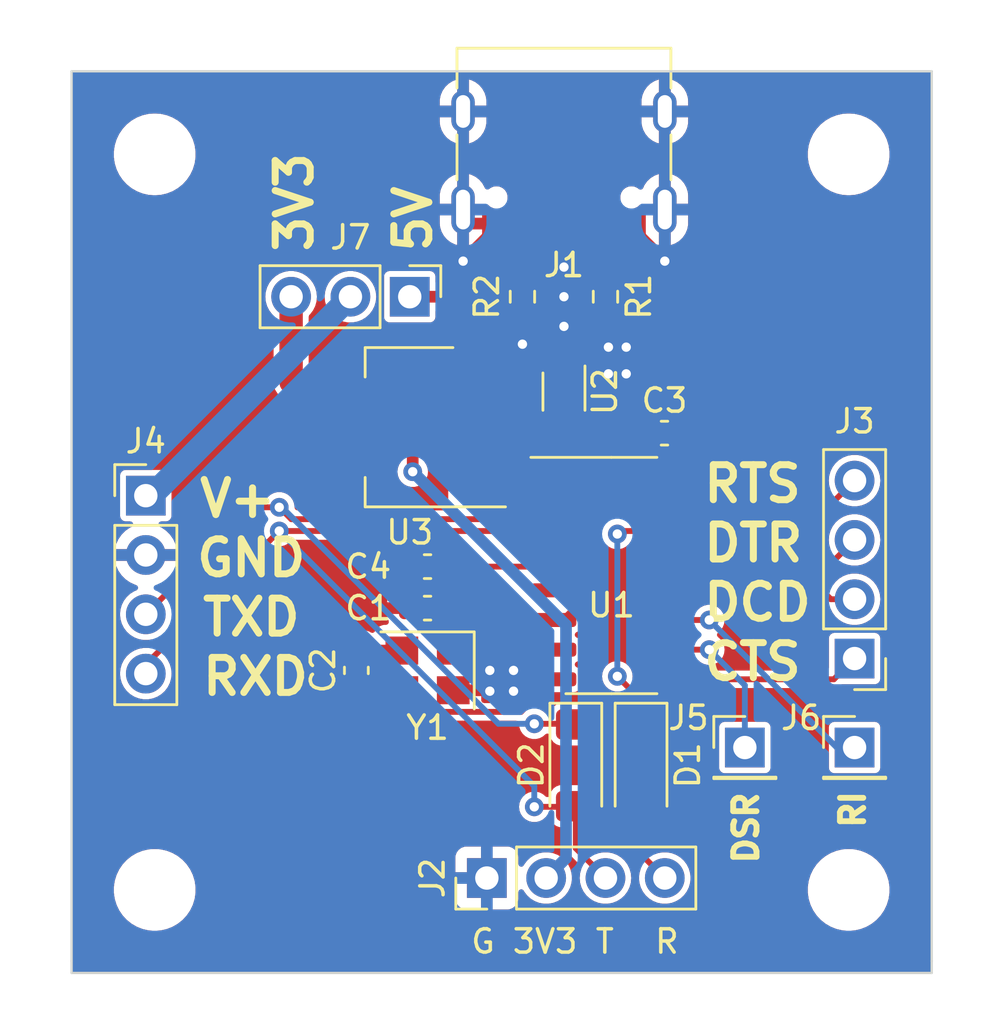
<source format=kicad_pcb>
(kicad_pcb (version 20221018) (generator pcbnew)
  (layers (0 "F.Cu" signal) (31 "B.Cu" signal) (34 "B.Paste" user) (35 "F.Paste" user) (36 "B.SilkS" user "B.Silkscreen") (37 "F.SilkS" user "F.Silkscreen") (38 "B.Mask" user) (39 "F.Mask" user) (44 "Edge.Cuts" user))
  (net 0 "")
  (net 1 "Net-(U1-XI)")
  (net 2 "GND")
  (net 3 "Net-(U1-XO)")
  (net 4 "+5V")
  (net 5 "Net-(U1-V3)")
  (net 6 "RTS")
  (net 7 "Net-(D1-A)")
  (net 8 "TXD")
  (net 9 "RXD")
  (net 10 "Net-(J1-CC1)")
  (net 12 "Net-(J1-CC2)")
  (net 14 "+3V3")
  (net 15 "CTS")
  (net 16 "DCD")
  (net 17 "DTR")
  (net 18 "VOUT")
  (net 19 "DSR")
  (net 20 "RI")
  (net 21 "USB_D+")
  (net 22 "USB_D-")
  (net 24 "Net-(J1-D+-PadA6)")
  (net 25 "Net-(J1-D--PadA7)")
  (footprint "Connector_USB:USB_C_Receptacle_G-Switch_GT-USB-7010ASV" (layer "F.Cu") (at 118.872 72.644 180)
    (fp_text reference "J1" (at 0 -5.5 180) (layer "F.SilkS"))
    (fp_text value "USB_C_Receptacle")
    (fp_line (start -4.58 -1.85) (end -4.58 0.07) (stroke (width 0.12)) (layer "F.SilkS"))
    (fp_line (start -4.58 3.785) (end -4.58 2.08) (stroke (width 0.12)) (layer "F.SilkS"))
    (fp_line (start 4.58 0.07) (end 4.58 -1.85) (stroke (width 0.12)) (layer "F.SilkS"))
    (fp_line (start 4.58 2.08) (end 4.58 3.785) (stroke (width 0.12)) (layer "F.SilkS"))
    (fp_line (start 4.58 3.785) (end -4.58 3.785) (stroke (width 0.12)) (layer "F.SilkS"))
    (pad "" np_thru_hole circle (at -2.89 -2.605 180) (size 0.65 0.65) (drill 0.65) (layers "*.Cu" "*.Mask"))
    (pad "" np_thru_hole circle (at 2.89 -2.605 180) (size 0.65 0.65) (drill 0.65) (layers "*.Cu" "*.Mask"))
    (pad "A1" smd rect (at -3.2 -3.725 180) (size 0.6 1.24) (layers "F.Cu" "F.Paste" "F.Mask") (net 2 "GND"))
    (pad "A4" smd rect (at -2.4 -3.725 180) (size 0.6 1.24) (layers "F.Cu" "F.Paste" "F.Mask") (net 4 "+5V"))
    (pad "A5" smd rect (at -1.25 -3.725 180) (size 0.3 1.24) (layers "F.Cu" "F.Paste" "F.Mask") (net 10 "Net-(J1-CC1)"))
    (pad "A6" smd rect (at -0.25 -3.725 180) (size 0.3 1.24) (layers "F.Cu" "F.Paste" "F.Mask") (net 24 "Net-(J1-D+-PadA6)"))
    (pad "A7" smd rect (at 0.25 -3.725 180) (size 0.3 1.24) (layers "F.Cu" "F.Paste" "F.Mask") (net 25 "Net-(J1-D--PadA7)"))
    (pad "A8" smd rect (at 1.25 -3.725 180) (size 0.3 1.24) (layers "F.Cu" "F.Paste" "F.Mask"))
    (pad "A9" smd rect (at 2.4 -3.725 180) (size 0.6 1.24) (layers "F.Cu" "F.Paste" "F.Mask") (net 4 "+5V"))
    (pad "A12" smd rect (at 3.2 -3.725 180) (size 0.6 1.24) (layers "F.Cu" "F.Paste" "F.Mask") (net 2 "GND"))
    (pad "B1" smd rect (at 3.2 -3.725 180) (size 0.6 1.24) (layers "F.Cu" "F.Paste" "F.Mask") (net 2 "GND"))
    (pad "B4" smd rect (at 2.4 -3.725 180) (size 0.6 1.24) (layers "F.Cu" "F.Paste" "F.Mask") (net 4 "+5V"))
    (pad "B5" smd rect (at 1.75 -3.725 180) (size 0.3 1.24) (layers "F.Cu" "F.Paste" "F.Mask") (net 12 "Net-(J1-CC2)"))
    (pad "B6" smd rect (at 0.75 -3.725 180) (size 0.3 1.24) (layers "F.Cu" "F.Paste" "F.Mask") (net 24 "Net-(J1-D+-PadA6)"))
    (pad "B7" smd rect (at -0.75 -3.725 180) (size 0.3 1.24) (layers "F.Cu" "F.Paste" "F.Mask") (net 25 "Net-(J1-D--PadA7)"))
    (pad "B8" smd rect (at -1.75 -3.725 180) (size 0.3 1.24) (layers "F.Cu" "F.Paste" "F.Mask"))
    (pad "B9" smd rect (at -2.4 -3.725 180) (size 0.6 1.24) (layers "F.Cu" "F.Paste" "F.Mask") (net 4 "+5V"))
    (pad "B12" smd rect (at -3.2 -3.725 180) (size 0.6 1.24) (layers "F.Cu" "F.Paste" "F.Mask") (net 2 "GND"))
    (pad "S1" thru_hole oval (at -4.32 -3.125 180) (size 1 2.1) (drill oval 0.6 1.7) (layers "*.Cu" "*.Mask") (net 2 "GND"))
    (pad "S1" thru_hole oval (at -4.32 1.075 180) (size 1 1.8) (drill oval 0.6 1.4) (layers "*.Cu" "*.Mask") (net 2 "GND"))
    (pad "S1" thru_hole oval (at 4.32 -3.125 180) (size 1 2.1) (drill oval 0.6 1.7) (layers "*.Cu" "*.Mask") (net 2 "GND"))
    (pad "S1" thru_hole oval (at 4.32 1.075 180) (size 1 1.8) (drill oval 0.6 1.4) (layers "*.Cu" "*.Mask") (net 2 "GND"))
  )
  (footprint "Diode_SMD:D_MiniMELF" (layer "F.Cu") (at 122.174 99.568 -90)
    (fp_text reference "D1" (at 0 -2 90) (layer "F.SilkS"))
    (fp_text value "LL4148")
    (fp_line (start -2.66 -1.11) (end -2.66 1.11) (stroke (width 0.12)) (layer "F.SilkS"))
    (fp_line (start -2.66 1.11) (end 1.75 1.11) (stroke (width 0.12)) (layer "F.SilkS"))
    (fp_line (start 1.75 -1.11) (end -2.66 -1.11) (stroke (width 0.12)) (layer "F.SilkS"))
    (pad "1" smd roundrect (at -1.75 0 270) (size 1.3 1.7) (layers "F.Cu" "F.Paste" "F.Mask") (roundrect_rratio 0.1923076923) (net 6 "RTS"))
    (pad "2" smd roundrect (at 1.75 0 270) (size 1.3 1.7) (layers "F.Cu" "F.Paste" "F.Mask") (roundrect_rratio 0.1923076923) (net 7 "Net-(D1-A)"))
  )
  (footprint "MountingHole:MountingHole_3.2mm_M3" (layer "F.Cu") (at 101.346 73.406)
    (fp_text reference "H1" hide)
    (fp_text value "MountingHole")
    (pad "" np_thru_hole circle (at 0 0) (size 3.2 3.2) (drill 3.2) (layers "*.Cu" "*.Mask"))
  )
  (footprint "Connector_PinHeader_2.54mm:PinHeader_1x04_P2.54mm_Vertical" (layer "F.Cu") (at 115.57 104.394 90)
    (fp_text reference "J2" (at 0 -2.33 90) (layer "F.SilkS"))
    (fp_text value "Conn_01x04_Pin")
    (fp_line (start -1.33 -1.33) (end 0 -1.33) (stroke (width 0.12)) (layer "F.SilkS"))
    (fp_line (start -1.33 0) (end -1.33 -1.33) (stroke (width 0.12)) (layer "F.SilkS"))
    (fp_line (start -1.33 1.27) (end -1.33 8.95) (stroke (width 0.12)) (layer "F.SilkS"))
    (fp_line (start -1.33 1.27) (end 1.33 1.27) (stroke (width 0.12)) (layer "F.SilkS"))
    (fp_line (start -1.33 8.95) (end 1.33 8.95) (stroke (width 0.12)) (layer "F.SilkS"))
    (fp_line (start 1.33 1.27) (end 1.33 8.95) (stroke (width 0.12)) (layer "F.SilkS"))
    (pad "1" thru_hole rect (at 0 0 90) (size 1.7 1.7) (drill 1) (layers "*.Cu" "*.Mask") (net 2 "GND"))
    (pad "2" thru_hole oval (at 0 2.54 90) (size 1.7 1.7) (drill 1) (layers "*.Cu" "*.Mask") (net 14 "+3V3"))
    (pad "3" thru_hole oval (at 0 5.08 90) (size 1.7 1.7) (drill 1) (layers "*.Cu" "*.Mask") (net 9 "RXD"))
    (pad "4" thru_hole oval (at 0 7.62 90) (size 1.7 1.7) (drill 1) (layers "*.Cu" "*.Mask") (net 7 "Net-(D1-A)"))
  )
  (footprint "Capacitor_SMD:C_0603_1608Metric" (layer "F.Cu") (at 113.03 92.837 180)
    (fp_text reference "C1" (at 2.54 0) (layer "F.SilkS"))
    (fp_text value "33p")
    (fp_line (start -0.14058 -0.51) (end 0.14058 -0.51) (stroke (width 0.12)) (layer "F.SilkS"))
    (fp_line (start -0.14058 0.51) (end 0.14058 0.51) (stroke (width 0.12)) (layer "F.SilkS"))
    (pad "1" smd roundrect (at -0.775 0 180) (size 0.9 0.95) (layers "F.Cu" "F.Paste" "F.Mask") (net 1 "Net-(U1-XI)"))
    (pad "2" smd roundrect (at 0.775 0 180) (size 0.9 0.95) (layers "F.Cu" "F.Paste" "F.Mask") (net 2 "GND"))
  )
  (footprint "MountingHole:MountingHole_3.2mm_M3" (layer "F.Cu") (at 131.064 73.406)
    (fp_text reference "H2" hide)
    (fp_text value "MountingHole")
    (pad "" np_thru_hole circle (at 0 0) (size 3.2 3.2) (drill 3.2) (layers "*.Cu" "*.Mask"))
  )
  (footprint "MountingHole:MountingHole_3.2mm_M3" (layer "F.Cu") (at 131.064 104.902)
    (fp_text reference "H4" hide)
    (fp_text value "MountingHole")
    (pad "" np_thru_hole circle (at 0 0) (size 3.2 3.2) (drill 3.2) (layers "*.Cu" "*.Mask"))
  )
  (footprint "Capacitor_SMD:C_0603_1608Metric" (layer "F.Cu") (at 123.177 85.344)
    (fp_text reference "C3" (at 0 -1.397) (layer "F.SilkS"))
    (fp_text value "0.1u")
    (fp_line (start -0.14058 -0.51) (end 0.14058 -0.51) (stroke (width 0.12)) (layer "F.SilkS"))
    (fp_line (start -0.14058 0.51) (end 0.14058 0.51) (stroke (width 0.12)) (layer "F.SilkS"))
    (pad "1" smd roundrect (at -0.775 0) (size 0.9 0.95) (layers "F.Cu" "F.Paste" "F.Mask") (net 4 "+5V"))
    (pad "2" smd roundrect (at 0.775 0) (size 0.9 0.95) (layers "F.Cu" "F.Paste" "F.Mask") (net 2 "GND"))
  )
  (footprint "Capacitor_SMD:C_0603_1608Metric" (layer "F.Cu") (at 113.03 91.059 180)
    (fp_text reference "C4" (at 2.54 0) (layer "F.SilkS"))
    (fp_text value "0.1u")
    (fp_line (start -0.14058 -0.51) (end 0.14058 -0.51) (stroke (width 0.12)) (layer "F.SilkS"))
    (fp_line (start -0.14058 0.51) (end 0.14058 0.51) (stroke (width 0.12)) (layer "F.SilkS"))
    (pad "1" smd roundrect (at -0.775 0 180) (size 0.9 0.95) (layers "F.Cu" "F.Paste" "F.Mask") (net 5 "Net-(U1-V3)"))
    (pad "2" smd roundrect (at 0.775 0 180) (size 0.9 0.95) (layers "F.Cu" "F.Paste" "F.Mask") (net 2 "GND"))
  )
  (footprint "Resistor_SMD:R_0603_1608Metric" (layer "F.Cu") (at 120.65 79.502 -90)
    (fp_text reference "R1" (at 0 -1.43 90) (layer "F.SilkS"))
    (fp_text value "5k1")
    (fp_line (start -0.237258 -0.5225) (end 0.237258 -0.5225) (stroke (width 0.12)) (layer "F.SilkS"))
    (fp_line (start -0.237258 0.5225) (end 0.237258 0.5225) (stroke (width 0.12)) (layer "F.SilkS"))
    (pad "1" smd roundrect (at -0.825 0 270) (size 0.8 0.95) (layers "F.Cu" "F.Paste" "F.Mask") (net 10 "Net-(J1-CC1)"))
    (pad "2" smd roundrect (at 0.825 0 270) (size 0.8 0.95) (layers "F.Cu" "F.Paste" "F.Mask") (net 2 "GND"))
  )
  (footprint "Connector_PinHeader_2.54mm:PinHeader_1x01_P2.54mm_Vertical" (layer "F.Cu") (at 131.318 98.806)
    (fp_text reference "J6" (at -2.286 -1.27) (layer "F.SilkS"))
    (fp_text value "Conn_01x01_Pin")
    (fp_line (start -1.33 -1.33) (end 0 -1.33) (stroke (width 0.12)) (layer "F.SilkS"))
    (fp_line (start -1.33 0) (end -1.33 -1.33) (stroke (width 0.12)) (layer "F.SilkS"))
    (fp_line (start -1.33 1.27) (end -1.33 1.33) (stroke (width 0.12)) (layer "F.SilkS"))
    (fp_line (start -1.33 1.27) (end 1.33 1.27) (stroke (width 0.12)) (layer "F.SilkS"))
    (fp_line (start -1.33 1.33) (end 1.33 1.33) (stroke (width 0.12)) (layer "F.SilkS"))
    (fp_line (start 1.33 1.27) (end 1.33 1.33) (stroke (width 0.12)) (layer "F.SilkS"))
    (pad "1" thru_hole rect (at 0 0) (size 1.7 1.7) (drill 1) (layers "*.Cu" "*.Mask") (net 20 "RI"))
  )
  (footprint "Connector_PinHeader_2.54mm:PinHeader_1x04_P2.54mm_Vertical" (layer "F.Cu") (at 131.318 94.996 180)
    (fp_text reference "J3" (at 0 10.16) (layer "F.SilkS"))
    (fp_text value "Conn_01x04_Pin")
    (fp_line (start -1.33 -1.33) (end 0 -1.33) (stroke (width 0.12)) (layer "F.SilkS"))
    (fp_line (start -1.33 0) (end -1.33 -1.33) (stroke (width 0.12)) (layer "F.SilkS"))
    (fp_line (start -1.33 1.27) (end -1.33 8.95) (stroke (width 0.12)) (layer "F.SilkS"))
    (fp_line (start -1.33 1.27) (end 1.33 1.27) (stroke (width 0.12)) (layer "F.SilkS"))
    (fp_line (start -1.33 8.95) (end 1.33 8.95) (stroke (width 0.12)) (layer "F.SilkS"))
    (fp_line (start 1.33 1.27) (end 1.33 8.95) (stroke (width 0.12)) (layer "F.SilkS"))
    (pad "1" thru_hole rect (at 0 0 180) (size 1.7 1.7) (drill 1) (layers "*.Cu" "*.Mask") (net 15 "CTS"))
    (pad "2" thru_hole oval (at 0 2.54 180) (size 1.7 1.7) (drill 1) (layers "*.Cu" "*.Mask") (net 16 "DCD"))
    (pad "3" thru_hole oval (at 0 5.08 180) (size 1.7 1.7) (drill 1) (layers "*.Cu" "*.Mask") (net 17 "DTR"))
    (pad "4" thru_hole oval (at 0 7.62 180) (size 1.7 1.7) (drill 1) (layers "*.Cu" "*.Mask") (net 6 "RTS"))
  )
  (footprint "Crystal:Crystal_SMD_3225-4Pin_3.2x2.5mm" (layer "F.Cu") (at 113.03 95.504 180)
    (fp_text reference "Y1" (at 0 -2.45) (layer "F.SilkS"))
    (fp_text value "12MHz")
    (fp_line (start -2 -1.65) (end -2 1.65) (stroke (width 0.12)) (layer "F.SilkS"))
    (fp_line (start -2 1.65) (end 2 1.65) (stroke (width 0.12)) (layer "F.SilkS"))
    (pad "1" smd rect (at -1.1 0.85 180) (size 1.4 1.2) (layers "F.Cu" "F.Paste" "F.Mask") (net 1 "Net-(U1-XI)"))
    (pad "2" smd rect (at 1.1 0.85 180) (size 1.4 1.2) (layers "F.Cu" "F.Paste" "F.Mask") (net 2 "GND"))
    (pad "3" smd rect (at 1.1 -0.85 180) (size 1.4 1.2) (layers "F.Cu" "F.Paste" "F.Mask") (net 3 "Net-(U1-XO)"))
    (pad "4" smd rect (at -1.1 -0.85 180) (size 1.4 1.2) (layers "F.Cu" "F.Paste" "F.Mask") (net 2 "GND"))
  )
  (footprint "Package_SO:SOIC-16_3.9x9.9mm_P1.27mm" (layer "F.Cu") (at 120.904 91.44)
    (fp_text reference "U1" (at 0 1.27) (layer "F.SilkS"))
    (fp_text value "CH340G")
    (fp_line (start 0 -5.06) (end -3.45 -5.06) (stroke (width 0.12)) (layer "F.SilkS"))
    (fp_line (start 0 -5.06) (end 1.95 -5.06) (stroke (width 0.12)) (layer "F.SilkS"))
    (fp_line (start 0 5.06) (end -1.95 5.06) (stroke (width 0.12)) (layer "F.SilkS"))
    (fp_line (start 0 5.06) (end 1.95 5.06) (stroke (width 0.12)) (layer "F.SilkS"))
    (pad "1" smd roundrect (at -2.475 -4.445) (size 1.95 0.6) (layers "F.Cu" "F.Paste" "F.Mask") (net 2 "GND"))
    (pad "2" smd roundrect (at -2.475 -3.175) (size 1.95 0.6) (layers "F.Cu" "F.Paste" "F.Mask") (net 8 "TXD"))
    (pad "3" smd roundrect (at -2.475 -1.905) (size 1.95 0.6) (layers "F.Cu" "F.Paste" "F.Mask") (net 9 "RXD"))
    (pad "4" smd roundrect (at -2.475 -0.635) (size 1.95 0.6) (layers "F.Cu" "F.Paste" "F.Mask") (net 5 "Net-(U1-V3)"))
    (pad "5" smd roundrect (at -2.475 0.635) (size 1.95 0.6) (layers "F.Cu" "F.Paste" "F.Mask") (net 21 "USB_D+"))
    (pad "6" smd roundrect (at -2.475 1.905) (size 1.95 0.6) (layers "F.Cu" "F.Paste" "F.Mask") (net 22 "USB_D-"))
    (pad "7" smd roundrect (at -2.475 3.175) (size 1.95 0.6) (layers "F.Cu" "F.Paste" "F.Mask") (net 1 "Net-(U1-XI)"))
    (pad "8" smd roundrect (at -2.475 4.445) (size 1.95 0.6) (layers "F.Cu" "F.Paste" "F.Mask") (net 3 "Net-(U1-XO)"))
    (pad "9" smd roundrect (at 2.475 4.445) (size 1.95 0.6) (layers "F.Cu" "F.Paste" "F.Mask") (net 15 "CTS"))
    (pad "10" smd roundrect (at 2.475 3.175) (size 1.95 0.6) (layers "F.Cu" "F.Paste" "F.Mask") (net 19 "DSR"))
    (pad "11" smd roundrect (at 2.475 1.905) (size 1.95 0.6) (layers "F.Cu" "F.Paste" "F.Mask") (net 20 "RI"))
    (pad "12" smd roundrect (at 2.475 0.635) (size 1.95 0.6) (layers "F.Cu" "F.Paste" "F.Mask") (net 16 "DCD"))
    (pad "13" smd roundrect (at 2.475 -0.635) (size 1.95 0.6) (layers "F.Cu" "F.Paste" "F.Mask") (net 17 "DTR"))
    (pad "14" smd roundrect (at 2.475 -1.905) (size 1.95 0.6) (layers "F.Cu" "F.Paste" "F.Mask") (net 6 "RTS"))
    (pad "15" smd roundrect (at 2.475 -3.175) (size 1.95 0.6) (layers "F.Cu" "F.Paste" "F.Mask"))
    (pad "16" smd roundrect (at 2.475 -4.445) (size 1.95 0.6) (layers "F.Cu" "F.Paste" "F.Mask") (net 4 "+5V"))
  )
  (footprint "Connector_PinHeader_2.54mm:PinHeader_1x03_P2.54mm_Vertical" (layer "F.Cu") (at 112.268 79.502 -90)
    (fp_text reference "J7" (at -2.54 2.54) (layer "F.SilkS"))
    (fp_text value "Conn_01x03_Pin")
    (fp_line (start -1.33 -1.33) (end 0 -1.33) (stroke (width 0.12)) (layer "F.SilkS"))
    (fp_line (start -1.33 0) (end -1.33 -1.33) (stroke (width 0.12)) (layer "F.SilkS"))
    (fp_line (start -1.33 1.27) (end -1.33 6.41) (stroke (width 0.12)) (layer "F.SilkS"))
    (fp_line (start -1.33 1.27) (end 1.33 1.27) (stroke (width 0.12)) (layer "F.SilkS"))
    (fp_line (start -1.33 6.41) (end 1.33 6.41) (stroke (width 0.12)) (layer "F.SilkS"))
    (fp_line (start 1.33 1.27) (end 1.33 6.41) (stroke (width 0.12)) (layer "F.SilkS"))
    (pad "1" thru_hole rect (at 0 0 270) (size 1.7 1.7) (drill 1) (layers "*.Cu" "*.Mask") (net 4 "+5V"))
    (pad "2" thru_hole oval (at 0 2.54 270) (size 1.7 1.7) (drill 1) (layers "*.Cu" "*.Mask") (net 18 "VOUT"))
    (pad "3" thru_hole oval (at 0 5.08 270) (size 1.7 1.7) (drill 1) (layers "*.Cu" "*.Mask") (net 14 "+3V3"))
  )
  (footprint "MountingHole:MountingHole_3.2mm_M3" (layer "F.Cu") (at 101.346 104.902)
    (fp_text reference "H3" hide)
    (fp_text value "MountingHole")
    (pad "" np_thru_hole circle (at 0 0) (size 3.2 3.2) (drill 3.2) (layers "*.Cu" "*.Mask"))
  )
  (footprint "Connector_PinHeader_2.54mm:PinHeader_1x04_P2.54mm_Vertical" (layer "F.Cu") (at 100.965 88.021)
    (fp_text reference "J4" (at 0 -2.33) (layer "F.SilkS"))
    (fp_text value "Conn_01x04_Pin")
    (fp_line (start -1.33 -1.33) (end 0 -1.33) (stroke (width 0.12)) (layer "F.SilkS"))
    (fp_line (start -1.33 0) (end -1.33 -1.33) (stroke (width 0.12)) (layer "F.SilkS"))
    (fp_line (start -1.33 1.27) (end -1.33 8.95) (stroke (width 0.12)) (layer "F.SilkS"))
    (fp_line (start -1.33 1.27) (end 1.33 1.27) (stroke (width 0.12)) (layer "F.SilkS"))
    (fp_line (start -1.33 8.95) (end 1.33 8.95) (stroke (width 0.12)) (layer "F.SilkS"))
    (fp_line (start 1.33 1.27) (end 1.33 8.95) (stroke (width 0.12)) (layer "F.SilkS"))
    (pad "1" thru_hole rect (at 0 0) (size 1.7 1.7) (drill 1) (layers "*.Cu" "*.Mask") (net 18 "VOUT"))
    (pad "2" thru_hole oval (at 0 2.54) (size 1.7 1.7) (drill 1) (layers "*.Cu" "*.Mask") (net 2 "GND"))
    (pad "3" thru_hole oval (at 0 5.08) (size 1.7 1.7) (drill 1) (layers "*.Cu" "*.Mask") (net 8 "TXD"))
    (pad "4" thru_hole oval (at 0 7.62) (size 1.7 1.7) (drill 1) (layers "*.Cu" "*.Mask") (net 9 "RXD"))
  )
  (footprint "Diode_SMD:D_MiniMELF" (layer "F.Cu") (at 119.38 99.568 -90)
    (fp_text reference "D2" (at 0 1.905 90) (layer "F.SilkS"))
    (fp_text value "LL4148")
    (fp_line (start -2.66 -1.11) (end -2.66 1.11) (stroke (width 0.12)) (layer "F.SilkS"))
    (fp_line (start -2.66 1.11) (end 1.75 1.11) (stroke (width 0.12)) (layer "F.SilkS"))
    (fp_line (start 1.75 -1.11) (end -2.66 -1.11) (stroke (width 0.12)) (layer "F.SilkS"))
    (pad "1" smd roundrect (at -1.75 0 270) (size 1.3 1.7) (layers "F.Cu" "F.Paste" "F.Mask") (roundrect_rratio 0.1923076923) (net 8 "TXD"))
    (pad "2" smd roundrect (at 1.75 0 270) (size 1.3 1.7) (layers "F.Cu" "F.Paste" "F.Mask") (roundrect_rratio 0.1923076923) (net 9 "RXD"))
  )
  (footprint "Capacitor_SMD:C_0603_1608Metric" (layer "F.Cu") (at 109.982 95.504 90)
    (fp_text reference "C2" (at 0 -1.43 90) (layer "F.SilkS"))
    (fp_text value "33p")
    (fp_line (start -0.14058 -0.51) (end 0.14058 -0.51) (stroke (width 0.12)) (layer "F.SilkS"))
    (fp_line (start -0.14058 0.51) (end 0.14058 0.51) (stroke (width 0.12)) (layer "F.SilkS"))
    (pad "1" smd roundrect (at -0.775 0 90) (size 0.9 0.95) (layers "F.Cu" "F.Paste" "F.Mask") (net 3 "Net-(U1-XO)"))
    (pad "2" smd roundrect (at 0.775 0 90) (size 0.9 0.95) (layers "F.Cu" "F.Paste" "F.Mask") (net 2 "GND"))
  )
  (footprint "Resistor_SMD:R_0603_1608Metric" (layer "F.Cu") (at 117.094 79.502 -90)
    (fp_text reference "R2" (at 0 1.524 90) (layer "F.SilkS"))
    (fp_text value "5k1")
    (fp_line (start -0.237258 -0.5225) (end 0.237258 -0.5225) (stroke (width 0.12)) (layer "F.SilkS"))
    (fp_line (start -0.237258 0.5225) (end 0.237258 0.5225) (stroke (width 0.12)) (layer "F.SilkS"))
    (pad "1" smd roundrect (at -0.825 0 270) (size 0.8 0.95) (layers "F.Cu" "F.Paste" "F.Mask") (net 12 "Net-(J1-CC2)"))
    (pad "2" smd roundrect (at 0.825 0 270) (size 0.8 0.95) (layers "F.Cu" "F.Paste" "F.Mask") (net 2 "GND"))
  )
  (footprint "Connector_PinHeader_2.54mm:PinHeader_1x01_P2.54mm_Vertical" (layer "F.Cu") (at 126.619 98.806)
    (fp_text reference "J5" (at -2.413 -1.27) (layer "F.SilkS"))
    (fp_text value "Conn_01x01_Pin")
    (fp_line (start -1.33 -1.33) (end 0 -1.33) (stroke (width 0.12)) (layer "F.SilkS"))
    (fp_line (start -1.33 0) (end -1.33 -1.33) (stroke (width 0.12)) (layer "F.SilkS"))
    (fp_line (start -1.33 1.27) (end -1.33 1.33) (stroke (width 0.12)) (layer "F.SilkS"))
    (fp_line (start -1.33 1.27) (end 1.33 1.27) (stroke (width 0.12)) (layer "F.SilkS"))
    (fp_line (start -1.33 1.33) (end 1.33 1.33) (stroke (width 0.12)) (layer "F.SilkS"))
    (fp_line (start 1.33 1.27) (end 1.33 1.33) (stroke (width 0.12)) (layer "F.SilkS"))
    (pad "1" thru_hole rect (at 0 0) (size 1.7 1.7) (drill 1) (layers "*.Cu" "*.Mask") (net 19 "DSR"))
  )
  (footprint "Package_TO_SOT_SMD:SOT-666" (layer "F.Cu") (at 118.872 83.566 -90)
    (fp_text reference "U2" (at 0 -1.75 -90) (layer "F.SilkS"))
    (fp_text value "USBLC6-2SC6")
    (fp_line (start -0.8 0.9) (end 0.8 0.9) (stroke (width 0.12)) (layer "F.SilkS"))
    (fp_line (start 0.8 -0.9) (end -1.1 -0.9) (stroke (width 0.12)) (layer "F.SilkS"))
    (pad "1" smd rect (at -0.85 -0.5375 270) (size 0.5 0.375) (layers "F.Cu" "F.Paste" "F.Mask") (net 25 "Net-(J1-D--PadA7)"))
    (pad "2" smd rect (at -0.925 0 270) (size 0.65 0.3) (layers "F.Cu" "F.Paste" "F.Mask") (net 2 "GND"))
    (pad "3" smd rect (at -0.85 0.5375 270) (size 0.5 0.375) (layers "F.Cu" "F.Paste" "F.Mask") (net 24 "Net-(J1-D+-PadA6)"))
    (pad "4" smd rect (at 0.85 0.5375 270) (size 0.5 0.375) (layers "F.Cu" "F.Paste" "F.Mask") (net 21 "USB_D+"))
    (pad "5" smd rect (at 0.925 0 270) (size 0.65 0.3) (layers "F.Cu" "F.Paste" "F.Mask") (net 4 "+5V"))
    (pad "6" smd rect (at 0.85 -0.5375 270) (size 0.5 0.375) (layers "F.Cu" "F.Paste" "F.Mask") (net 22 "USB_D-"))
  )
  (footprint "Package_TO_SOT_SMD:SOT-223-3_TabPin2" (layer "F.Cu") (at 112.268 85.09 180)
    (fp_text reference "U3" (at 0 -4.5) (layer "F.SilkS"))
    (fp_text value "AMS1117-3.3")
    (fp_line (start -4.1 -3.41) (end 1.91 -3.41) (stroke (width 0.12)) (layer "F.SilkS"))
    (fp_line (start -1.85 3.41) (end 1.91 3.41) (stroke (width 0.12)) (layer "F.SilkS"))
    (fp_line (start 1.91 -3.41) (end 1.91 -2.15) (stroke (width 0.12)) (layer "F.SilkS"))
    (fp_line (start 1.91 3.41) (end 1.91 2.15) (stroke (width 0.12)) (layer "F.SilkS"))
    (pad "1" smd rect (at -3.15 -2.3 180) (size 2 1.5) (layers "F.Cu" "F.Paste" "F.Mask") (net 2 "GND"))
    (pad "2" smd rect (at -3.15 0 180) (size 2 1.5) (layers "F.Cu" "F.Paste" "F.Mask") (net 14 "+3V3"))
    (pad "2" smd rect (at 3.15 0 180) (size 2 3.8) (layers "F.Cu" "F.Paste" "F.Mask") (net 14 "+3V3"))
    (pad "3" smd rect (at -3.15 2.3 180) (size 2 1.5) (layers "F.Cu" "F.Paste" "F.Mask") (net 4 "+5V"))
  )
  (gr_line (start 97.79 108.458) (end 134.62 108.458) (stroke (width 0.1)) (layer "Edge.Cuts"))
  (gr_line (start 97.79 107.95) (end 97.79 108.458) (stroke (width 0.1)) (layer "Edge.Cuts"))
  (gr_line (start 134.62 107.95) (end 134.62 108.458) (stroke (width 0.1)) (layer "Edge.Cuts"))
  (gr_line (start 134.62 107.95) (end 134.62 69.85) (stroke (width 0.1)) (layer "Edge.Cuts"))
  (gr_line (start 134.62 69.85) (end 97.79 69.85) (stroke (width 0.1)) (layer "Edge.Cuts"))
  (gr_line (start 97.79 69.85) (end 97.79 107.95) (stroke (width 0.1)) (layer "Edge.Cuts"))
  (gr_text "5V" (at 113.284 77.724 90) (layer "F.SilkS") (effects (font (size 1.5 1.5) (thickness 0.3) bold) (justify left bottom)))
  (gr_text "RTS" (at 124.714 88.392) (layer "F.SilkS") (effects (font (size 1.5 1.5) (thickness 0.3) bold) (justify left bottom)))
  (gr_text "3V3" (at 108.204 77.724 90) (layer "F.SilkS") (effects (font (size 1.5 1.5) (thickness 0.3) bold) (justify left bottom)))
  (gr_text "DCD" (at 124.714 93.472) (layer "F.SilkS") (effects (font (size 1.5 1.5) (thickness 0.3) bold) (justify left bottom)))
  (gr_text "DSR" (at 127.254 103.886 90) (layer "F.SilkS") (effects (font (size 1 1) (thickness 0.25) bold) (justify left bottom)))
  (gr_text "T" (at 120.142 107.696) (layer "F.SilkS") (effects (font (size 1 1)) (justify left bottom)))
  (gr_text "CTS" (at 124.714 96.012) (layer "F.SilkS") (effects (font (size 1.5 1.5) (thickness 0.3) bold) (justify left bottom)))
  (gr_text "G" (at 114.808 107.696) (layer "F.SilkS") (effects (font (size 1 1)) (justify left bottom)))
  (gr_text "GND" (at 102.997 91.567) (layer "F.SilkS") (effects (font (size 1.5 1.5) (thickness 0.3) bold) (justify left bottom)))
  (gr_text "DTR" (at 124.714 90.932) (layer "F.SilkS") (effects (font (size 1.5 1.5) (thickness 0.3) bold) (justify left bottom)))
  (gr_text "TXD" (at 103.251 94.107) (layer "F.SilkS") (effects (font (size 1.5 1.5) (thickness 0.3) bold) (justify left bottom)))
  (gr_text "V+" (at 103.124 89.027) (layer "F.SilkS") (effects (font (size 1.5 1.5) (thickness 0.3) bold) (justify left bottom)))
  (gr_text "RXD" (at 103.251 96.647) (layer "F.SilkS") (effects (font (size 1.5 1.5) (thickness 0.3) bold) (justify left bottom)))
  (gr_text "RI" (at 131.826 102.362 90) (layer "F.SilkS") (effects (font (size 1 1) (thickness 0.25) bold) (justify left bottom)))
  (gr_text "R" (at 122.682 107.696) (layer "F.SilkS") (effects (font (size 1 1)) (justify left bottom)))
  (gr_text "3V3" (at 116.586 107.696) (layer "F.SilkS") (effects (font (size 1 1)) (justify left bottom)))
  (segment (start 113.805 94.329) (end 114.13 94.654) (width 0.25) (layer "F.Cu") (net 1))
  (segment (start 118.39 94.654) (end 118.429 94.615) (width 0.25) (layer "F.Cu") (net 1))
  (segment (start 114.13 94.654) (end 118.39 94.654) (width 0.25) (layer "F.Cu") (net 1))
  (segment (start 113.805 92.837) (end 113.805 94.329) (width 0.25) (layer "F.Cu") (net 1))
  (segment (start 122.072 76.369) (end 122.072 76.86) (width 0.25) (layer "F.Cu") (net 2))
  (segment (start 118.429 86.995) (end 118.034 87.39) (width 0.25) (layer "F.Cu") (net 2))
  (segment (start 118.034 87.39) (end 115.418 87.39) (width 0.25) (layer "F.Cu") (net 2))
  (segment (start 115.672 76.86) (end 114.554 77.978) (width 0.5) (layer "F.Cu") (net 2))
  (segment (start 115.672 76.369) (end 115.672 76.86) (width 0.25) (layer "F.Cu") (net 2))
  (segment (start 122.072 76.86) (end 123.19 77.978) (width 0.5) (layer "F.Cu") (net 2))
  (via (at 116.713 95.504) (size 0.8) (drill 0.4) (layers "F.Cu" "B.Cu") (net 2))
  (via (at 115.697 96.393) (size 0.8) (drill 0.4) (layers "F.Cu" "B.Cu") (net 2))
  (via (at 118.872 80.772) (size 0.8) (drill 0.4) (layers "F.Cu" "B.Cu") (net 2))
  (via (at 114.554 77.978) (size 0.8) (drill 0.4) (layers "F.Cu" "B.Cu") (net 2))
  (via (at 120.777 82.804) (size 0.8) (drill 0.4) (layers "F.Cu" "B.Cu") (net 2))
  (via (at 115.697 95.504) (size 0.8) (drill 0.4) (layers "F.Cu" "B.Cu") (net 2))
  (via (at 118.872 78.232) (size 0.8) (drill 0.4) (layers "F.Cu" "B.Cu") (net 2))
  (via (at 123.19 77.978) (size 0.8) (drill 0.4) (layers "F.Cu" "B.Cu") (net 2))
  (via (at 120.777 81.661) (size 0.8) (drill 0.4) (layers "F.Cu" "B.Cu") (net 2))
  (via (at 121.539 81.661) (size 0.8) (drill 0.4) (layers "F.Cu" "B.Cu") (net 2))
  (via (at 121.539 82.804) (size 0.8) (drill 0.4) (layers "F.Cu" "B.Cu") (net 2))
  (via (at 117.094 81.534) (size 0.8) (drill 0.4) (layers "F.Cu" "B.Cu") (net 2))
  (via (at 118.872 79.502) (size 0.8) (drill 0.4) (layers "F.Cu" "B.Cu") (net 2))
  (via (at 116.713 96.393) (size 0.8) (drill 0.4) (layers "F.Cu" "B.Cu") (net 2))
  (segment (start 118.429 95.885) (end 117.035 97.279) (width 0.25) (layer "F.Cu") (net 3))
  (segment (start 112.855 97.279) (end 111.93 96.354) (width 0.25) (layer "F.Cu") (net 3))
  (segment (start 117.035 97.279) (end 112.855 97.279) (width 0.25) (layer "F.Cu") (net 3))
  (segment (start 111.93 96.354) (end 110.057 96.354) (width 0.25) (layer "F.Cu") (net 3))
  (segment (start 110.057 96.354) (end 109.982 96.279) (width 0.25) (layer "F.Cu") (net 3))
  (segment (start 115.418 79.502) (end 115.418 82.79) (width 0.5) (layer "F.Cu") (net 4))
  (segment (start 112.268 79.502) (end 115.418 79.502) (width 0.5) (layer "F.Cu") (net 4))
  (segment (start 118.872 84.491) (end 118.872 83.866) (width 0.25) (layer "F.Cu") (net 4))
  (segment (start 122.402 83.693) (end 122.402 85.344) (width 0.25) (layer "F.Cu") (net 4))
  (segment (start 122.402 86.018) (end 123.379 86.995) (width 0.25) (layer "F.Cu") (net 4))
  (segment (start 121.272 76.369) (end 121.272 77.239) (width 0.5) (layer "F.Cu") (net 4))
  (segment (start 115.418 78.384) (end 115.418 79.502) (width 0.5) (layer "F.Cu") (net 4))
  (segment (start 118.872 83.866) (end 118.699 83.693) (width 0.25) (layer "F.Cu") (net 4))
  (segment (start 122.402 78.369) (end 122.402 83.693) (width 0.25) (layer "F.Cu") (net 4))
  (segment (start 119.045 83.693) (end 122.402 83.693) (width 0.25) (layer "F.Cu") (net 4))
  (segment (start 116.321 83.693) (end 115.418 82.79) (width 0.25) (layer "F.Cu") (net 4))
  (segment (start 116.472 76.369) (end 116.472 77.33) (width 0.5) (layer "F.Cu") (net 4))
  (segment (start 122.402 85.344) (end 122.402 86.018) (width 0.25) (layer "F.Cu") (net 4))
  (segment (start 118.872 83.866) (end 119.045 83.693) (width 0.25) (layer "F.Cu") (net 4))
  (segment (start 116.472 77.33) (end 115.418 78.384) (width 0.5) (layer "F.Cu") (net 4))
  (segment (start 118.699 83.693) (end 116.321 83.693) (width 0.25) (layer "F.Cu") (net 4))
  (segment (start 121.272 77.239) (end 122.402 78.369) (width 0.5) (layer "F.Cu") (net 4))
  (segment (start 113.805 91.059) (end 118.175 91.059) (width 0.25) (layer "F.Cu") (net 5))
  (segment (start 118.175 91.059) (end 118.429 90.805) (width 0.25) (layer "F.Cu") (net 5))
  (segment (start 121.158 95.758) (end 122.174 96.774) (width 0.25) (layer "F.Cu") (net 6))
  (segment (start 129.159 89.535) (end 131.318 87.376) (width 0.25) (layer "F.Cu") (net 6))
  (segment (start 121.285 89.535) (end 123.379 89.535) (width 0.25) (layer "F.Cu") (net 6))
  (segment (start 122.174 96.774) (end 122.174 97.818) (width 0.25) (layer "F.Cu") (net 6))
  (segment (start 123.379 89.535) (end 129.159 89.535) (width 0.25) (layer "F.Cu") (net 6))
  (segment (start 121.158 89.662) (end 121.285 89.535) (width 0.25) (layer "F.Cu") (net 6))
  (via (at 121.158 89.662) (size 0.8) (drill 0.4) (layers "F.Cu" "B.Cu") (net 6))
  (via (at 121.158 95.758) (size 0.8) (drill 0.4) (layers "F.Cu" "B.Cu") (net 6))
  (segment (start 121.158 95.758) (end 121.158 89.662) (width 0.25) (layer "B.Cu") (net 6))
  (segment (start 122.174 101.318) (end 122.174 103.378) (width 0.25) (layer "F.Cu") (net 7))
  (segment (start 122.174 103.378) (end 123.19 104.394) (width 0.25) (layer "F.Cu") (net 7))
  (segment (start 117.602 97.79) (end 119.352 97.79) (width 0.25) (layer "F.Cu") (net 8))
  (segment (start 119.352 97.79) (end 119.38 97.818) (width 0.25) (layer "F.Cu") (net 8))
  (segment (start 106.689305 88.519) (end 106.68 88.519) (width 0.25) (layer "F.Cu") (net 8))
  (segment (start 107.197805 89.0275) (end 106.689305 88.519) (width 0.25) (layer "F.Cu") (net 8))
  (segment (start 106.68 88.519) (end 105.547 88.519) (width 0.25) (layer "F.Cu") (net 8))
  (segment (start 105.547 88.519) (end 100.965 93.101) (width 0.25) (layer "F.Cu") (net 8))
  (segment (start 118.429 88.265) (end 117.534712 88.265) (width 0.25) (layer "F.Cu") (net 8))
  (segment (start 117.534712 88.265) (end 116.772212 89.0275) (width 0.25) (layer "F.Cu") (net 8))
  (segment (start 116.772212 89.0275) (end 107.197805 89.0275) (width 0.25) (layer "F.Cu") (net 8))
  (via (at 117.602 97.79) (size 0.8) (drill 0.4) (layers "F.Cu" "B.Cu") (net 8))
  (via (at 106.68 88.519) (size 0.8) (drill 0.4) (layers "F.Cu" "B.Cu") (net 8))
  (segment (start 106.797695 88.519) (end 106.68 88.519) (width 0.25) (layer "B.Cu") (net 8))
  (segment (start 117.602 97.79) (end 116.068695 97.79) (width 0.25) (layer "B.Cu") (net 8))
  (segment (start 116.068695 97.79) (end 106.797695 88.519) (width 0.25) (layer "B.Cu") (net 8))
  (segment (start 100.965 95.25) (end 106.68 89.535) (width 0.25) (layer "F.Cu") (net 9))
  (segment (start 119.38 103.124) (end 120.65 104.394) (width 0.25) (layer "F.Cu") (net 9))
  (segment (start 119.352 101.346) (end 119.38 101.318) (width 0.25) (layer "F.Cu") (net 9))
  (segment (start 119.38 101.318) (end 119.38 103.124) (width 0.25) (layer "F.Cu") (net 9))
  (segment (start 117.602 101.346) (end 119.352 101.346) (width 0.25) (layer "F.Cu") (net 9))
  (segment (start 100.965 95.641) (end 100.965 95.25) (width 0.25) (layer "F.Cu") (net 9))
  (segment (start 106.68 89.535) (end 118.429 89.535) (width 0.25) (layer "F.Cu") (net 9))
  (via (at 106.68 89.535) (size 0.8) (drill 0.4) (layers "F.Cu" "B.Cu") (net 9))
  (via (at 117.602 101.346) (size 0.8) (drill 0.4) (layers "F.Cu" "B.Cu") (net 9))
  (segment (start 117.602 100.457) (end 106.68 89.535) (width 0.25) (layer "B.Cu") (net 9))
  (segment (start 117.602 101.346) (end 117.602 100.457) (width 0.25) (layer "B.Cu") (net 9))
  (segment (start 120.122 78.149) (end 120.65 78.677) (width 0.25) (layer "F.Cu") (net 10))
  (segment (start 120.122 76.369) (end 120.122 78.149) (width 0.25) (layer "F.Cu") (net 10))
  (segment (start 117.122 78.649) (end 117.094 78.677) (width 0.25) (layer "F.Cu") (net 12))
  (segment (start 117.122 76.369) (end 117.122 78.649) (width 0.25) (layer "F.Cu") (net 12))
  (segment (start 112.395 85.09) (end 112.395 86.995) (width 0.5) (layer "F.Cu") (net 14))
  (segment (start 112.395 85.09) (end 109.118 85.09) (width 1) (layer "F.Cu") (net 14))
  (segment (start 107.188 79.502) (end 107.188 83.16) (width 1) (layer "F.Cu") (net 14))
  (segment (start 107.188 83.16) (end 109.118 85.09) (width 1) (layer "F.Cu") (net 14))
  (segment (start 115.418 85.09) (end 112.395 85.09) (width 1) (layer "F.Cu") (net 14))
  (via (at 112.395 86.995) (size 0.8) (drill 0.4) (layers "F.Cu" "B.Cu") (net 14))
  (segment (start 118.96 103.544) (end 118.96 93.56) (width 0.5) (layer "B.Cu") (net 14))
  (segment (start 118.96 93.56) (end 112.395 86.995) (width 0.5) (layer "B.Cu") (net 14))
  (segment (start 118.11 104.394) (end 118.96 103.544) (width 0.5) (layer "B.Cu") (net 14))
  (segment (start 130.429 95.885) (end 131.318 94.996) (width 0.25) (layer "F.Cu") (net 15))
  (segment (start 123.379 95.885) (end 130.429 95.885) (width 0.25) (layer "F.Cu") (net 15))
  (segment (start 123.379 92.075) (end 129.921 92.075) (width 0.25) (layer "F.Cu") (net 16))
  (segment (start 129.921 92.075) (end 130.302 92.456) (width 0.25) (layer "F.Cu") (net 16))
  (segment (start 130.302 92.456) (end 131.318 92.456) (width 0.25) (layer "F.Cu") (net 16))
  (segment (start 123.379 90.805) (end 130.429 90.805) (width 0.25) (layer "F.Cu") (net 17))
  (segment (start 130.429 90.805) (end 131.318 89.916) (width 0.25) (layer "F.Cu") (net 17))
  (segment (start 101.209 88.021) (end 100.965 88.021) (width 0.25) (layer "B.Cu") (net 18))
  (segment (start 109.728 79.502) (end 101.209 88.021) (width 1) (layer "B.Cu") (net 18))
  (segment (start 123.379 94.615) (end 125.095 94.615) (width 0.25) (layer "F.Cu") (net 19))
  (via (at 125.095 94.615) (size 0.8) (drill 0.4) (layers "F.Cu" "B.Cu") (net 19))
  (segment (start 125.095 94.615) (end 126.619 96.139) (width 0.25) (layer "B.Cu") (net 19))
  (segment (start 126.619 96.139) (end 126.619 98.806) (width 0.25) (layer "B.Cu") (net 19))
  (segment (start 123.379 93.345) (end 125.095 93.345) (width 0.25) (layer "F.Cu") (net 20))
  (via (at 125.095 93.345) (size 0.8) (drill 0.4) (layers "F.Cu" "B.Cu") (net 20))
  (segment (start 130.556 98.806) (end 131.318 98.806) (width 0.25) (layer "B.Cu") (net 20))
  (segment (start 125.095 93.345) (end 130.556 98.806) (width 0.25) (layer "B.Cu") (net 20))
  (segment (start 119.704 86.398) (end 118.3345 85.0285) (width 0.2) (layer "F.Cu") (net 21))
  (segment (start 118.429 92.075) (end 118.770396 92.075) (width 0.2) (layer "F.Cu") (net 21))
  (segment (start 119.704 91.141396) (end 119.704 86.398) (width 0.2) (layer "F.Cu") (net 21))
  (segment (start 118.3345 85.0285) (end 118.3345 84.416) (width 0.2) (layer "F.Cu") (net 21))
  (segment (start 118.770396 92.075) (end 119.704 91.141396) (width 0.2) (layer "F.Cu") (net 21))
  (segment (start 118.429 93.345) (end 118.770396 93.345) (width 0.2) (layer "F.Cu") (net 22))
  (segment (start 118.770396 93.345) (end 120.104 92.011396) (width 0.2) (layer "F.Cu") (net 22))
  (segment (start 120.104 92.011396) (end 120.104 85.1105) (width 0.2) (layer "F.Cu") (net 22))
  (segment (start 120.104 85.1105) (end 119.4095 84.416) (width 0.2) (layer "F.Cu") (net 22))
  (segment (start 119.122 75.449) (end 119.122 76.369) (width 0.25) (layer "F.Cu") (net 24))
  (segment (start 119.097 75.424) (end 119.122 75.449) (width 0.25) (layer "F.Cu") (net 24))
  (segment (start 118.122 76.369) (end 118.122 82.5035) (width 0.25) (layer "F.Cu") (net 24))
  (segment (start 118.122 76.369) (end 118.122 75.449) (width 0.25) (layer "F.Cu") (net 24))
  (segment (start 118.147 75.424) (end 119.097 75.424) (width 0.25) (layer "F.Cu") (net 24))
  (segment (start 118.122 82.5035) (end 118.3345 82.716) (width 0.25) (layer "F.Cu") (net 24))
  (segment (start 118.122 75.449) (end 118.147 75.424) (width 0.25) (layer "F.Cu") (net 24))
  (segment (start 119.597 77.314) (end 119.622 77.289) (width 0.25) (layer "F.Cu") (net 25))
  (segment (start 118.622 76.369) (end 118.622 77.289) (width 0.25) (layer "F.Cu") (net 25))
  (segment (start 119.622 77.289) (end 119.622 82.5035) (width 0.25) (layer "F.Cu") (net 25))
  (segment (start 118.647 77.314) (end 119.597 77.314) (width 0.25) (layer "F.Cu") (net 25))
  (segment (start 118.622 77.289) (end 118.647 77.314) (width 0.25) (layer "F.Cu") (net 25))
  (segment (start 119.622 82.5035) (end 119.4095 82.716) (width 0.25) (layer "F.Cu") (net 25))
  (segment (start 119.622 77.289) (end 119.622 76.369) (width 0.25) (layer "F.Cu") (net 25))
  (zone (net 2) (net_name "GND") (layer "F.Cu") (connect_pads (clearance 0.25)) (min_thickness 0.25) (fill yes (thermal_gap 0.5) (thermal_bridge_width 0.5))
    (polygon (pts (xy 135.89 68.58) (xy 96.52 68.58) (xy 96.52 109.22) (xy 135.89 109.22)))
  )
  (zone (net 2) (net_name "GND") (layer "B.Cu") (priority 1) (connect_pads (clearance 0.25)) (min_thickness 0.25) (fill yes (thermal_gap 0.5) (thermal_bridge_width 0.5))
    (polygon (pts (xy 135.89 68.58) (xy 96.52 68.58) (xy 96.52 109.22) (xy 135.89 109.22)))
  )
)
</source>
